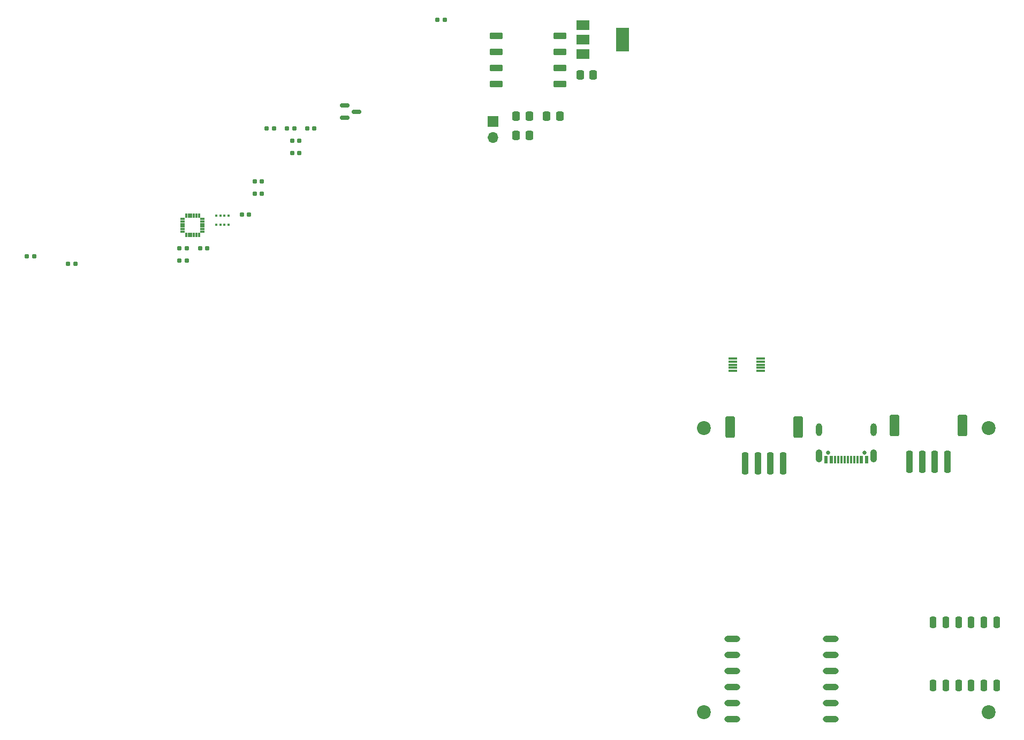
<source format=gbr>
%TF.GenerationSoftware,KiCad,Pcbnew,(6.0.1)*%
%TF.CreationDate,2022-02-28T23:17:01+05:30*%
%TF.ProjectId,ProIMU_V1,50726f49-4d55-45f5-9631-2e6b69636164,rev?*%
%TF.SameCoordinates,Original*%
%TF.FileFunction,Soldermask,Top*%
%TF.FilePolarity,Negative*%
%FSLAX46Y46*%
G04 Gerber Fmt 4.6, Leading zero omitted, Abs format (unit mm)*
G04 Created by KiCad (PCBNEW (6.0.1)) date 2022-02-28 23:17:01*
%MOMM*%
%LPD*%
G01*
G04 APERTURE LIST*
G04 Aperture macros list*
%AMRoundRect*
0 Rectangle with rounded corners*
0 $1 Rounding radius*
0 $2 $3 $4 $5 $6 $7 $8 $9 X,Y pos of 4 corners*
0 Add a 4 corners polygon primitive as box body*
4,1,4,$2,$3,$4,$5,$6,$7,$8,$9,$2,$3,0*
0 Add four circle primitives for the rounded corners*
1,1,$1+$1,$2,$3*
1,1,$1+$1,$4,$5*
1,1,$1+$1,$6,$7*
1,1,$1+$1,$8,$9*
0 Add four rect primitives between the rounded corners*
20,1,$1+$1,$2,$3,$4,$5,0*
20,1,$1+$1,$4,$5,$6,$7,0*
20,1,$1+$1,$6,$7,$8,$9,0*
20,1,$1+$1,$8,$9,$2,$3,0*%
G04 Aperture macros list end*
%ADD10RoundRect,0.155000X-0.212500X-0.155000X0.212500X-0.155000X0.212500X0.155000X-0.212500X0.155000X0*%
%ADD11C,2.200000*%
%ADD12RoundRect,0.006600X-0.313400X-0.103400X0.313400X-0.103400X0.313400X0.103400X-0.313400X0.103400X0*%
%ADD13RoundRect,0.006600X0.103400X-0.313400X0.103400X0.313400X-0.103400X0.313400X-0.103400X-0.313400X0*%
%ADD14RoundRect,0.006600X0.313400X0.103400X-0.313400X0.103400X-0.313400X-0.103400X0.313400X-0.103400X0*%
%ADD15RoundRect,0.006600X-0.103400X0.313400X-0.103400X-0.313400X0.103400X-0.313400X0.103400X0.313400X0*%
%ADD16C,0.650000*%
%ADD17R,0.600000X1.150000*%
%ADD18R,0.300000X1.150000*%
%ADD19O,1.050000X2.100000*%
%ADD20O,1.000000X2.000000*%
%ADD21R,2.000000X1.500000*%
%ADD22R,2.000000X3.800000*%
%ADD23RoundRect,0.160000X-0.197500X-0.160000X0.197500X-0.160000X0.197500X0.160000X-0.197500X0.160000X0*%
%ADD24RoundRect,0.250000X-0.337500X-0.475000X0.337500X-0.475000X0.337500X0.475000X-0.337500X0.475000X0*%
%ADD25RoundRect,0.250000X0.250000X1.500000X-0.250000X1.500000X-0.250000X-1.500000X0.250000X-1.500000X0*%
%ADD26RoundRect,0.250001X0.499999X1.449999X-0.499999X1.449999X-0.499999X-1.449999X0.499999X-1.449999X0*%
%ADD27RoundRect,0.250000X-0.250000X0.650000X-0.250000X-0.650000X0.250000X-0.650000X0.250000X0.650000X0*%
%ADD28O,2.500000X1.000000*%
%ADD29RoundRect,0.130000X-0.920000X-0.370000X0.920000X-0.370000X0.920000X0.370000X-0.920000X0.370000X0*%
%ADD30R,1.400000X0.300000*%
%ADD31R,1.700000X1.700000*%
%ADD32O,1.700000X1.700000*%
%ADD33R,0.355600X0.355600*%
%ADD34RoundRect,0.150000X-0.587500X-0.150000X0.587500X-0.150000X0.587500X0.150000X-0.587500X0.150000X0*%
G04 APERTURE END LIST*
D10*
%TO.C,C10*%
X52912500Y-48780000D03*
X54047500Y-48780000D03*
%TD*%
%TO.C,C6*%
X63242500Y-35110000D03*
X64377500Y-35110000D03*
%TD*%
D11*
%TO.C,H3*%
X171000000Y-82500000D03*
%TD*%
D12*
%TO.C,U6*%
X43550000Y-49440000D03*
X43550000Y-49840000D03*
X43550000Y-50240000D03*
X43550000Y-50640000D03*
X43550000Y-51040000D03*
X43550000Y-51440000D03*
D13*
X44095000Y-51985000D03*
X44495000Y-51985000D03*
X44895000Y-51985000D03*
X45295000Y-51985000D03*
X45695000Y-51985000D03*
X46095000Y-51985000D03*
D14*
X46640000Y-51440000D03*
X46640000Y-51040000D03*
X46640000Y-50640000D03*
X46640000Y-50240000D03*
X46640000Y-49840000D03*
X46640000Y-49440000D03*
D15*
X46095000Y-48895000D03*
X45695000Y-48895000D03*
X45295000Y-48895000D03*
X44895000Y-48895000D03*
X44495000Y-48895000D03*
X44095000Y-48895000D03*
%TD*%
D16*
%TO.C,USB1*%
X151390000Y-86430000D03*
X145610000Y-86430000D03*
D17*
X151700000Y-87505000D03*
X150900000Y-87505000D03*
D18*
X149750000Y-87505000D03*
X148750000Y-87505000D03*
X148250000Y-87505000D03*
X147250000Y-87505000D03*
D17*
X145300000Y-87505000D03*
X146100000Y-87505000D03*
D18*
X146750000Y-87505000D03*
X147750000Y-87505000D03*
X149250000Y-87505000D03*
X150250000Y-87505000D03*
D19*
X152820000Y-86930000D03*
D20*
X152820000Y-82750000D03*
X144180000Y-82750000D03*
D19*
X144180000Y-86930000D03*
%TD*%
D11*
%TO.C,H1*%
X126000000Y-82500000D03*
%TD*%
D21*
%TO.C,U7*%
X106800000Y-18750000D03*
D22*
X113100000Y-21050000D03*
D21*
X106800000Y-21050000D03*
X106800000Y-23350000D03*
%TD*%
D11*
%TO.C,H2*%
X126000000Y-127500000D03*
%TD*%
D10*
%TO.C,C2*%
X43032500Y-56060000D03*
X44167500Y-56060000D03*
%TD*%
%TO.C,C21*%
X60862500Y-39050000D03*
X61997500Y-39050000D03*
%TD*%
D23*
%TO.C,R6*%
X43022500Y-54080000D03*
X44217500Y-54080000D03*
%TD*%
%TO.C,R5*%
X56772500Y-35120000D03*
X57967500Y-35120000D03*
%TD*%
D24*
%TO.C,C15*%
X96292500Y-33180000D03*
X98367500Y-33180000D03*
%TD*%
D25*
%TO.C,CAN1*%
X164500000Y-87850000D03*
X162500000Y-87850000D03*
X160500000Y-87850000D03*
X158500000Y-87850000D03*
D26*
X156150000Y-82100000D03*
X166850000Y-82100000D03*
%TD*%
D23*
%TO.C,R12*%
X18852500Y-55350000D03*
X20047500Y-55350000D03*
%TD*%
D10*
%TO.C,C9*%
X83832500Y-17910000D03*
X84967500Y-17910000D03*
%TD*%
D27*
%TO.C,U4*%
X172250000Y-113250000D03*
X170250000Y-113250000D03*
X168250000Y-113250000D03*
X166250000Y-113250000D03*
X164250000Y-113250000D03*
X162250000Y-113250000D03*
X162250000Y-123250000D03*
X164250000Y-123250000D03*
X166250000Y-123250000D03*
X168250000Y-123250000D03*
X170250000Y-123250000D03*
X172250000Y-123250000D03*
%TD*%
D10*
%TO.C,C11*%
X60862500Y-37080000D03*
X61997500Y-37080000D03*
%TD*%
D28*
%TO.C,U9*%
X130500000Y-115900000D03*
X130500000Y-118440000D03*
X130500000Y-120980000D03*
X130500000Y-123520000D03*
X130500000Y-126060000D03*
X130500000Y-128600000D03*
X146000000Y-128600000D03*
X146000000Y-126060000D03*
X146000000Y-123520000D03*
X146000000Y-120980000D03*
X146000000Y-118440000D03*
X146000000Y-115900000D03*
%TD*%
D10*
%TO.C,C22*%
X54912500Y-43480000D03*
X56047500Y-43480000D03*
%TD*%
%TO.C,C7*%
X60032500Y-35110000D03*
X61167500Y-35110000D03*
%TD*%
D25*
%TO.C,RS232*%
X138500000Y-88100000D03*
X136500000Y-88100000D03*
X134500000Y-88100000D03*
X132500000Y-88100000D03*
D26*
X130150000Y-82350000D03*
X140850000Y-82350000D03*
%TD*%
D11*
%TO.C,H4*%
X171000000Y-127500000D03*
%TD*%
D23*
%TO.C,R13*%
X25352500Y-56550000D03*
X26547500Y-56550000D03*
%TD*%
D24*
%TO.C,C13*%
X106392500Y-26680000D03*
X108467500Y-26680000D03*
%TD*%
D10*
%TO.C,C4*%
X54912500Y-45450000D03*
X56047500Y-45450000D03*
%TD*%
D29*
%TO.C,PS1*%
X93100000Y-20490000D03*
X93100000Y-23030000D03*
X93100000Y-25570000D03*
X93100000Y-28110000D03*
X103200000Y-28110000D03*
X103200000Y-25570000D03*
X103200000Y-23030000D03*
X103200000Y-20490000D03*
%TD*%
D30*
%TO.C,U1*%
X130550000Y-71500000D03*
X130550000Y-72000000D03*
X130550000Y-72500000D03*
X130550000Y-73000000D03*
X130550000Y-73500000D03*
X134950000Y-73500000D03*
X134950000Y-73000000D03*
X134950000Y-72500000D03*
X134950000Y-72000000D03*
X134950000Y-71500000D03*
%TD*%
D31*
%TO.C,BAT1*%
X92600000Y-34000000D03*
D32*
X92600000Y-36540000D03*
%TD*%
D24*
%TO.C,C12*%
X96292500Y-36190000D03*
X98367500Y-36190000D03*
%TD*%
D33*
%TO.C,U5*%
X48837200Y-48903100D03*
X49484399Y-48905899D03*
X50134401Y-48905899D03*
X50781600Y-48903100D03*
X50781600Y-50353100D03*
X50134401Y-50350301D03*
X49484399Y-50350301D03*
X48837200Y-50353100D03*
%TD*%
D24*
%TO.C,C14*%
X101102500Y-33180000D03*
X103177500Y-33180000D03*
%TD*%
D34*
%TO.C,D1*%
X69152500Y-31500000D03*
X69152500Y-33400000D03*
X71027500Y-32450000D03*
%TD*%
D10*
%TO.C,C8*%
X46282500Y-54070000D03*
X47417500Y-54070000D03*
%TD*%
M02*

</source>
